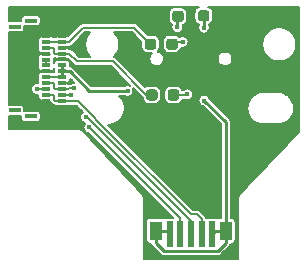
<source format=gbr>
%TF.GenerationSoftware,KiCad,Pcbnew,(5.1.10)-1*%
%TF.CreationDate,2022-03-08T18:55:03-05:00*%
%TF.ProjectId,001,3030312e-6b69-4636-9164-5f7063625858,rev?*%
%TF.SameCoordinates,Original*%
%TF.FileFunction,Copper,L1,Top*%
%TF.FilePolarity,Positive*%
%FSLAX46Y46*%
G04 Gerber Fmt 4.6, Leading zero omitted, Abs format (unit mm)*
G04 Created by KiCad (PCBNEW (5.1.10)-1) date 2022-03-08 18:55:03*
%MOMM*%
%LPD*%
G01*
G04 APERTURE LIST*
%TA.AperFunction,ComponentPad*%
%ADD10O,1.000000X2.100000*%
%TD*%
%TA.AperFunction,ComponentPad*%
%ADD11O,1.000000X1.600000*%
%TD*%
%TA.AperFunction,SMDPad,CuDef*%
%ADD12R,1.060000X1.580000*%
%TD*%
%TA.AperFunction,SMDPad,CuDef*%
%ADD13R,0.600000X2.180000*%
%TD*%
%TA.AperFunction,SMDPad,CuDef*%
%ADD14R,1.041400X0.355600*%
%TD*%
%TA.AperFunction,SMDPad,CuDef*%
%ADD15R,0.762000X0.355600*%
%TD*%
%TA.AperFunction,ViaPad*%
%ADD16C,0.400000*%
%TD*%
%TA.AperFunction,Conductor*%
%ADD17C,0.200000*%
%TD*%
%TA.AperFunction,Conductor*%
%ADD18C,0.250000*%
%TD*%
%TA.AperFunction,Conductor*%
%ADD19C,0.100000*%
%TD*%
G04 APERTURE END LIST*
%TO.P,R2,2*%
%TO.N,Net-(J1-PadB5)*%
%TA.AperFunction,SMDPad,CuDef*%
G36*
G01*
X121479900Y-54183400D02*
X121479900Y-54658400D01*
G75*
G02*
X121242400Y-54895900I-237500J0D01*
G01*
X120742400Y-54895900D01*
G75*
G02*
X120504900Y-54658400I0J237500D01*
G01*
X120504900Y-54183400D01*
G75*
G02*
X120742400Y-53945900I237500J0D01*
G01*
X121242400Y-53945900D01*
G75*
G02*
X121479900Y-54183400I0J-237500D01*
G01*
G37*
%TD.AperFunction*%
%TO.P,R2,1*%
%TO.N,GND*%
%TA.AperFunction,SMDPad,CuDef*%
G36*
G01*
X123304900Y-54183400D02*
X123304900Y-54658400D01*
G75*
G02*
X123067400Y-54895900I-237500J0D01*
G01*
X122567400Y-54895900D01*
G75*
G02*
X122329900Y-54658400I0J237500D01*
G01*
X122329900Y-54183400D01*
G75*
G02*
X122567400Y-53945900I237500J0D01*
G01*
X123067400Y-53945900D01*
G75*
G02*
X123304900Y-54183400I0J-237500D01*
G01*
G37*
%TD.AperFunction*%
%TD*%
%TO.P,R3,1*%
%TO.N,/d-*%
%TA.AperFunction,SMDPad,CuDef*%
G36*
G01*
X116117400Y-61358400D02*
X116117400Y-60883400D01*
G75*
G02*
X116354900Y-60645900I237500J0D01*
G01*
X116854900Y-60645900D01*
G75*
G02*
X117092400Y-60883400I0J-237500D01*
G01*
X117092400Y-61358400D01*
G75*
G02*
X116854900Y-61595900I-237500J0D01*
G01*
X116354900Y-61595900D01*
G75*
G02*
X116117400Y-61358400I0J237500D01*
G01*
G37*
%TD.AperFunction*%
%TO.P,R3,2*%
%TO.N,Net-(J1-PadA7)*%
%TA.AperFunction,SMDPad,CuDef*%
G36*
G01*
X117942400Y-61358400D02*
X117942400Y-60883400D01*
G75*
G02*
X118179900Y-60645900I237500J0D01*
G01*
X118679900Y-60645900D01*
G75*
G02*
X118917400Y-60883400I0J-237500D01*
G01*
X118917400Y-61358400D01*
G75*
G02*
X118679900Y-61595900I-237500J0D01*
G01*
X118179900Y-61595900D01*
G75*
G02*
X117942400Y-61358400I0J237500D01*
G01*
G37*
%TD.AperFunction*%
%TD*%
%TO.P,R4,2*%
%TO.N,Net-(J1-PadA6)*%
%TA.AperFunction,SMDPad,CuDef*%
G36*
G01*
X117817400Y-57058400D02*
X117817400Y-56583400D01*
G75*
G02*
X118054900Y-56345900I237500J0D01*
G01*
X118554900Y-56345900D01*
G75*
G02*
X118792400Y-56583400I0J-237500D01*
G01*
X118792400Y-57058400D01*
G75*
G02*
X118554900Y-57295900I-237500J0D01*
G01*
X118054900Y-57295900D01*
G75*
G02*
X117817400Y-57058400I0J237500D01*
G01*
G37*
%TD.AperFunction*%
%TO.P,R4,1*%
%TO.N,/d+*%
%TA.AperFunction,SMDPad,CuDef*%
G36*
G01*
X115992400Y-57058400D02*
X115992400Y-56583400D01*
G75*
G02*
X116229900Y-56345900I237500J0D01*
G01*
X116729900Y-56345900D01*
G75*
G02*
X116967400Y-56583400I0J-237500D01*
G01*
X116967400Y-57058400D01*
G75*
G02*
X116729900Y-57295900I-237500J0D01*
G01*
X116229900Y-57295900D01*
G75*
G02*
X115992400Y-57058400I0J237500D01*
G01*
G37*
%TD.AperFunction*%
%TD*%
%TO.P,R1,1*%
%TO.N,GND*%
%TA.AperFunction,SMDPad,CuDef*%
G36*
G01*
X116492400Y-54708400D02*
X116492400Y-54233400D01*
G75*
G02*
X116729900Y-53995900I237500J0D01*
G01*
X117229900Y-53995900D01*
G75*
G02*
X117467400Y-54233400I0J-237500D01*
G01*
X117467400Y-54708400D01*
G75*
G02*
X117229900Y-54945900I-237500J0D01*
G01*
X116729900Y-54945900D01*
G75*
G02*
X116492400Y-54708400I0J237500D01*
G01*
G37*
%TD.AperFunction*%
%TO.P,R1,2*%
%TO.N,Net-(J1-PadA5)*%
%TA.AperFunction,SMDPad,CuDef*%
G36*
G01*
X118317400Y-54708400D02*
X118317400Y-54233400D01*
G75*
G02*
X118554900Y-53995900I237500J0D01*
G01*
X119054900Y-53995900D01*
G75*
G02*
X119292400Y-54233400I0J-237500D01*
G01*
X119292400Y-54708400D01*
G75*
G02*
X119054900Y-54945900I-237500J0D01*
G01*
X118554900Y-54945900D01*
G75*
G02*
X118317400Y-54708400I0J237500D01*
G01*
G37*
%TD.AperFunction*%
%TD*%
D10*
%TO.P,USB,S1*%
%TO.N,GND*%
X124224900Y-58600900D03*
X115584900Y-58600900D03*
D11*
X115584900Y-54420900D03*
X124224900Y-54420900D03*
%TD*%
D12*
%TO.P,D1,7*%
%TO.N,VCC*%
X122854900Y-72620900D03*
D13*
%TO.P,D1,6*%
X121704900Y-72920900D03*
%TO.P,D1,5*%
%TO.N,/B*%
X120804900Y-72920900D03*
%TO.P,D1,4*%
%TO.N,/R*%
X119904900Y-72920900D03*
%TO.P,D1,3*%
%TO.N,/G*%
X119004900Y-72920900D03*
%TO.P,D1,2*%
%TO.N,VCC*%
X118104900Y-72920900D03*
D12*
%TO.P,D1,1*%
X116954900Y-72620900D03*
%TD*%
D14*
%TO.P,J2,16*%
%TO.N,N/C*%
X106358300Y-62920900D03*
%TO.P,J2,15*%
X106358300Y-54830899D03*
D15*
%TO.P,J2,12*%
%TO.N,/R*%
X109008300Y-61120900D03*
%TO.P,J2,11*%
%TO.N,/G*%
X109008300Y-60620901D03*
%TO.P,J2,10*%
%TO.N,GND*%
X109008300Y-60120899D03*
%TO.P,J2,9*%
%TO.N,VCC*%
X109008300Y-59620900D03*
%TO.P,J2,8*%
X109008300Y-59120901D03*
%TO.P,J2,7*%
X109008300Y-58620900D03*
%TO.P,J2,6*%
%TO.N,GND*%
X109008300Y-58120900D03*
%TO.P,J2,5*%
%TO.N,/d-*%
X109008300Y-57620899D03*
%TO.P,J2,4*%
%TO.N,GND*%
X109008300Y-57120900D03*
%TO.P,J2,3*%
%TO.N,/d+*%
X109008300Y-56620901D03*
%TO.P,J2,2*%
%TO.N,GND*%
X109008300Y-56120899D03*
%TO.P,J2,1*%
X109008300Y-55620900D03*
%TO.P,J2,13*%
%TO.N,/B*%
X109008300Y-61620900D03*
%TO.P,J2,14*%
%TO.N,GND*%
X108998300Y-62120900D03*
%TD*%
D14*
%TO.P,011,14*%
%TO.N,N/C*%
X104995200Y-62414600D03*
%TO.P,011,13*%
X104995200Y-55334598D03*
D15*
%TO.P,011,12*%
%TO.N,GND*%
X107645200Y-61624599D03*
%TO.P,011,11*%
%TO.N,/B*%
X107645200Y-61124600D03*
%TO.P,011,10*%
%TO.N,/R*%
X107645200Y-60624598D03*
%TO.P,011,9*%
%TO.N,/G*%
X107645200Y-60124599D03*
%TO.P,011,8*%
%TO.N,VCC*%
X107645200Y-59624600D03*
%TO.P,011,7*%
%TO.N,GND*%
X107645200Y-59124599D03*
%TO.P,011,6*%
%TO.N,Net-(J3-Pad5)*%
X107645200Y-58624599D03*
%TO.P,011,5*%
X107645200Y-58124598D03*
%TO.P,011,4*%
%TO.N,GND*%
X107645200Y-57624599D03*
%TO.P,011,3*%
%TO.N,/d-*%
X107645200Y-57124600D03*
%TO.P,011,2*%
%TO.N,/d+*%
X107645200Y-56624598D03*
%TO.P,011,1*%
%TO.N,GND*%
X107645200Y-56124599D03*
%TD*%
D16*
%TO.N,GND*%
X114465100Y-56540400D03*
X110159800Y-58788300D03*
X110350300Y-57124600D03*
X112306100Y-54254400D03*
X106527600Y-57569100D03*
X119507000Y-68986400D03*
X116382800Y-70878700D03*
X112052100Y-59893200D03*
X112953800Y-58864500D03*
X109791500Y-59969400D03*
X106464100Y-56146700D03*
X121742200Y-70624700D03*
X106553000Y-59029600D03*
X110151346Y-62124454D03*
%TO.N,Net-(J1-PadA6)*%
X119204900Y-56620900D03*
%TO.N,Net-(J1-PadB5)*%
X121004900Y-55420900D03*
%TO.N,Net-(J1-PadA7)*%
X119604900Y-61070900D03*
%TO.N,Net-(J1-PadA5)*%
X118754900Y-55370900D03*
%TO.N,VCC*%
X114546168Y-60779632D03*
X121034901Y-61595901D03*
%TO.N,/R*%
X106857800Y-60629800D03*
X111027496Y-63000604D03*
X109778800Y-61120900D03*
%TO.N,/G*%
X111298071Y-63873029D03*
X110015139Y-60569406D03*
%TD*%
D17*
%TO.N,GND*%
X108998300Y-62120900D02*
X110147792Y-62120900D01*
X110147792Y-62120900D02*
X110151346Y-62124454D01*
%TO.N,Net-(J1-PadA6)*%
X119204900Y-56620900D02*
X118504900Y-56620900D01*
X118504900Y-56620900D02*
X118304900Y-56820900D01*
D18*
%TO.N,Net-(J1-PadB5)*%
X121004900Y-54433400D02*
X120992400Y-54420900D01*
X121004900Y-55420900D02*
X121004900Y-54433400D01*
D17*
%TO.N,Net-(J1-PadA7)*%
X118429900Y-61120900D02*
X119554900Y-61120900D01*
X119554900Y-61120900D02*
X119604900Y-61070900D01*
D18*
%TO.N,Net-(J1-PadA5)*%
X118754900Y-55370900D02*
X118754900Y-54520900D01*
X118754900Y-54520900D02*
X118804900Y-54470900D01*
D17*
%TO.N,/d-*%
X108326201Y-57206798D02*
X108244003Y-57124600D01*
X108326201Y-57537603D02*
X108326201Y-57206798D01*
X108244003Y-57124600D02*
X107645200Y-57124600D01*
X109008300Y-57620899D02*
X108409497Y-57620899D01*
X108409497Y-57620899D02*
X108326201Y-57537603D01*
X116604900Y-61120900D02*
X116117400Y-61120900D01*
X116117400Y-61120900D02*
X113279264Y-58282764D01*
X113279264Y-58282764D02*
X110268966Y-58282764D01*
X110268966Y-58282764D02*
X109607101Y-57620899D01*
X109607101Y-57620899D02*
X109008300Y-57620899D01*
%TO.N,/d+*%
X107645200Y-56624598D02*
X109004603Y-56624598D01*
X109004603Y-56624598D02*
X109008300Y-56620901D01*
X116479900Y-56820900D02*
X115080214Y-55421214D01*
X115080214Y-55421214D02*
X110806787Y-55421214D01*
X110806787Y-55421214D02*
X109607100Y-56620901D01*
X109607100Y-56620901D02*
X109008300Y-56620901D01*
%TO.N,VCC*%
X109008300Y-59620900D02*
X107648900Y-59620900D01*
X107648900Y-59620900D02*
X107645200Y-59624600D01*
D18*
X122854900Y-72620900D02*
X122854900Y-63415900D01*
X122854900Y-63415900D02*
X121034901Y-61595901D01*
X109008300Y-59120901D02*
X109639300Y-59120901D01*
X116954900Y-72620900D02*
X116954900Y-73660900D01*
X109008300Y-59120901D02*
X109008300Y-58623701D01*
X122854900Y-72620900D02*
X122004900Y-72620900D01*
X122854900Y-73660900D02*
X122854900Y-72620900D01*
X109008300Y-59120901D02*
X109008300Y-59618098D01*
X117629901Y-74335901D02*
X122179899Y-74335901D01*
X122179899Y-74335901D02*
X122854900Y-73660900D01*
X116954900Y-72620900D02*
X117804900Y-72620900D01*
X109639300Y-59120901D02*
X111298031Y-60779632D01*
X116954900Y-73660900D02*
X117629901Y-74335901D01*
X117804900Y-72620900D02*
X118104900Y-72920900D01*
X111298031Y-60779632D02*
X114546168Y-60779632D01*
X122004900Y-72620900D02*
X121704900Y-72920900D01*
D17*
%TO.N,/B*%
X108409498Y-61620900D02*
X108326201Y-61537603D01*
X109008300Y-61620900D02*
X108409498Y-61620900D01*
X108326201Y-61537603D02*
X108326201Y-61206798D01*
X108326201Y-61206798D02*
X108244003Y-61124600D01*
X108244003Y-61124600D02*
X107645200Y-61124600D01*
X110354899Y-61620900D02*
X109008300Y-61620900D01*
X111908630Y-63210782D02*
X111797127Y-63063128D01*
X120804900Y-72920900D02*
X120804900Y-71630900D01*
X120804900Y-71630900D02*
X120404890Y-71230890D01*
X120404890Y-71230890D02*
X119928738Y-71230890D01*
X119928738Y-71230890D02*
X111908630Y-63210782D01*
X120804900Y-72920900D02*
X120804900Y-72120900D01*
X111797127Y-63063128D02*
X110354899Y-61620900D01*
%TO.N,/R*%
X107639998Y-60629800D02*
X107645200Y-60624598D01*
X106857800Y-60629800D02*
X107639998Y-60629800D01*
X111103975Y-62971825D02*
X111056275Y-62971825D01*
X111056275Y-62971825D02*
X111027496Y-63000604D01*
X109778800Y-61120900D02*
X109008300Y-61120900D01*
X119904900Y-71772750D02*
X119904900Y-72920900D01*
X111103975Y-62971825D02*
X119904900Y-71772750D01*
%TO.N,/G*%
X109008300Y-60620901D02*
X108409500Y-60620901D01*
X108326201Y-60537602D02*
X108326201Y-60206797D01*
X108326201Y-60206797D02*
X108244003Y-60124599D01*
X108409500Y-60620901D02*
X108326201Y-60537602D01*
X108244003Y-60124599D02*
X107645200Y-60124599D01*
X119004900Y-71579858D02*
X111298071Y-63873029D01*
X110015139Y-60569406D02*
X109590292Y-60569406D01*
X109590292Y-60569406D02*
X109538797Y-60620901D01*
X109538797Y-60620901D02*
X109008300Y-60620901D01*
X119004900Y-71630900D02*
X119004900Y-71579858D01*
X119004900Y-71630900D02*
X119004900Y-72920900D01*
X119004900Y-71890898D02*
X119004900Y-72920900D01*
%TO.N,Net-(J3-Pad5)*%
X107645200Y-58624599D02*
X107645200Y-58124598D01*
%TD*%
%TO.N,GND*%
X120536152Y-53685474D02*
X120442975Y-53735279D01*
X120361304Y-53802304D01*
X120294279Y-53883975D01*
X120244474Y-53977152D01*
X120213805Y-54078256D01*
X120203449Y-54183400D01*
X120203449Y-54658400D01*
X120213805Y-54763544D01*
X120244474Y-54864648D01*
X120294279Y-54957825D01*
X120361304Y-55039496D01*
X120442975Y-55106521D01*
X120536152Y-55156326D01*
X120572891Y-55167471D01*
X120561806Y-55184061D01*
X120524115Y-55275055D01*
X120504900Y-55371654D01*
X120504900Y-55470146D01*
X120524115Y-55566745D01*
X120561806Y-55657739D01*
X120616525Y-55739631D01*
X120686169Y-55809275D01*
X120768061Y-55863994D01*
X120859055Y-55901685D01*
X120955654Y-55920900D01*
X121054146Y-55920900D01*
X121150745Y-55901685D01*
X121241739Y-55863994D01*
X121323631Y-55809275D01*
X121393275Y-55739631D01*
X121447994Y-55657739D01*
X121485685Y-55566745D01*
X121504900Y-55470146D01*
X121504900Y-55371654D01*
X121485685Y-55275055D01*
X121447994Y-55184061D01*
X121432695Y-55161165D01*
X121448648Y-55156326D01*
X121541825Y-55106521D01*
X121623496Y-55039496D01*
X121690521Y-54957825D01*
X121740326Y-54864648D01*
X121770995Y-54763544D01*
X121781351Y-54658400D01*
X121781351Y-54183400D01*
X121770995Y-54078256D01*
X121740326Y-53977152D01*
X121690521Y-53883975D01*
X121623496Y-53802304D01*
X121541825Y-53735279D01*
X121448648Y-53685474D01*
X121381153Y-53665000D01*
X129088001Y-53665000D01*
X129088000Y-64258884D01*
X123984482Y-69610983D01*
X123975080Y-69618699D01*
X123962452Y-69634085D01*
X123959779Y-69636889D01*
X123952322Y-69646429D01*
X123934466Y-69668186D01*
X123932629Y-69671623D01*
X123930230Y-69674692D01*
X123917555Y-69699824D01*
X123904288Y-69724646D01*
X123903157Y-69728374D01*
X123901402Y-69731854D01*
X123893866Y-69759002D01*
X123885704Y-69785909D01*
X123885323Y-69789780D01*
X123884279Y-69793540D01*
X123882185Y-69821642D01*
X123881001Y-69833659D01*
X123881001Y-69837523D01*
X123879521Y-69857381D01*
X123881001Y-69869458D01*
X123881000Y-75049500D01*
X115958500Y-75049500D01*
X115958500Y-69870776D01*
X115959928Y-69859657D01*
X115958500Y-69838868D01*
X115958500Y-69834039D01*
X115957404Y-69822911D01*
X115955541Y-69795789D01*
X115954272Y-69791112D01*
X115953797Y-69786289D01*
X115945901Y-69760260D01*
X115938777Y-69734003D01*
X115936619Y-69729663D01*
X115935213Y-69725026D01*
X115922388Y-69701031D01*
X115910281Y-69676675D01*
X115907321Y-69672842D01*
X115905035Y-69668566D01*
X115887765Y-69647524D01*
X115880952Y-69638702D01*
X115877653Y-69635202D01*
X115864421Y-69619079D01*
X115855748Y-69611961D01*
X110670654Y-64110702D01*
X110657421Y-64094579D01*
X110636379Y-64077310D01*
X110615884Y-64059450D01*
X110611684Y-64057043D01*
X110607934Y-64053965D01*
X110583918Y-64041129D01*
X110560341Y-64027615D01*
X110555750Y-64026073D01*
X110551474Y-64023787D01*
X110525438Y-64015889D01*
X110499655Y-64007227D01*
X110494848Y-64006610D01*
X110490211Y-64005203D01*
X110463117Y-64002534D01*
X110436157Y-63999072D01*
X110415368Y-64000500D01*
X104465000Y-64000500D01*
X104465000Y-62892915D01*
X104474500Y-62893851D01*
X105515900Y-62893851D01*
X105536149Y-62891857D01*
X105536149Y-63098700D01*
X105541941Y-63157510D01*
X105559096Y-63214060D01*
X105586953Y-63266177D01*
X105624442Y-63311858D01*
X105670123Y-63349347D01*
X105722240Y-63377204D01*
X105778790Y-63394359D01*
X105837600Y-63400151D01*
X106879000Y-63400151D01*
X106937810Y-63394359D01*
X106994360Y-63377204D01*
X107046477Y-63349347D01*
X107092158Y-63311858D01*
X107129647Y-63266177D01*
X107157504Y-63214060D01*
X107174659Y-63157510D01*
X107180451Y-63098700D01*
X107180451Y-62743100D01*
X107174659Y-62684290D01*
X107157504Y-62627740D01*
X107129647Y-62575623D01*
X107092158Y-62529942D01*
X107046477Y-62492453D01*
X106994360Y-62464596D01*
X106937810Y-62447441D01*
X106879000Y-62441649D01*
X105837600Y-62441649D01*
X105817351Y-62443643D01*
X105817351Y-62236800D01*
X105811559Y-62177990D01*
X105794404Y-62121440D01*
X105766547Y-62069323D01*
X105729058Y-62023642D01*
X105683377Y-61986153D01*
X105631260Y-61958296D01*
X105574710Y-61941141D01*
X105515900Y-61935349D01*
X104474500Y-61935349D01*
X104465000Y-61936285D01*
X104465000Y-60580554D01*
X106357800Y-60580554D01*
X106357800Y-60679046D01*
X106377015Y-60775645D01*
X106414706Y-60866639D01*
X106469425Y-60948531D01*
X106539069Y-61018175D01*
X106620961Y-61072894D01*
X106711955Y-61110585D01*
X106808554Y-61129800D01*
X106907046Y-61129800D01*
X106962749Y-61118720D01*
X106962749Y-61302400D01*
X106968541Y-61361210D01*
X106985696Y-61417760D01*
X107013553Y-61469877D01*
X107051042Y-61515558D01*
X107096723Y-61553047D01*
X107148840Y-61580904D01*
X107205390Y-61598059D01*
X107264200Y-61603851D01*
X107930791Y-61603851D01*
X107931989Y-61616016D01*
X107954861Y-61691416D01*
X107992004Y-61760905D01*
X108041990Y-61821814D01*
X108057253Y-61834340D01*
X108112761Y-61889848D01*
X108125287Y-61905111D01*
X108186195Y-61955097D01*
X108255684Y-61992240D01*
X108320357Y-62011858D01*
X108331084Y-62015112D01*
X108409498Y-62022835D01*
X108425587Y-62021250D01*
X108459823Y-62049347D01*
X108511940Y-62077204D01*
X108568490Y-62094359D01*
X108627300Y-62100151D01*
X109389300Y-62100151D01*
X109448110Y-62094359D01*
X109504660Y-62077204D01*
X109556777Y-62049347D01*
X109591440Y-62020900D01*
X110189214Y-62020900D01*
X110751793Y-62583479D01*
X110708765Y-62612229D01*
X110639121Y-62681873D01*
X110584402Y-62763765D01*
X110546711Y-62854759D01*
X110527496Y-62951358D01*
X110527496Y-63049850D01*
X110546711Y-63146449D01*
X110584402Y-63237443D01*
X110639121Y-63319335D01*
X110708765Y-63388979D01*
X110790657Y-63443698D01*
X110881651Y-63481389D01*
X110965855Y-63498139D01*
X110909696Y-63554298D01*
X110854977Y-63636190D01*
X110817286Y-63727184D01*
X110798071Y-63823783D01*
X110798071Y-63922275D01*
X110817286Y-64018874D01*
X110854977Y-64109868D01*
X110909696Y-64191760D01*
X110979340Y-64261404D01*
X111061232Y-64316123D01*
X111152226Y-64353814D01*
X111228304Y-64368947D01*
X118388805Y-71529449D01*
X117804900Y-71529449D01*
X117746090Y-71535241D01*
X117689540Y-71552396D01*
X117644900Y-71576256D01*
X117600260Y-71552396D01*
X117543710Y-71535241D01*
X117484900Y-71529449D01*
X116424900Y-71529449D01*
X116366090Y-71535241D01*
X116309540Y-71552396D01*
X116257423Y-71580253D01*
X116211742Y-71617742D01*
X116174253Y-71663423D01*
X116146396Y-71715540D01*
X116129241Y-71772090D01*
X116123449Y-71830900D01*
X116123449Y-73410900D01*
X116129241Y-73469710D01*
X116146396Y-73526260D01*
X116174253Y-73578377D01*
X116211742Y-73624058D01*
X116257423Y-73661547D01*
X116309540Y-73689404D01*
X116366090Y-73706559D01*
X116424900Y-73712351D01*
X116532912Y-73712351D01*
X116536050Y-73744214D01*
X116560353Y-73824326D01*
X116560353Y-73824327D01*
X116599817Y-73898160D01*
X116652927Y-73962874D01*
X116669139Y-73976179D01*
X117314617Y-74621657D01*
X117327927Y-74637875D01*
X117392641Y-74690985D01*
X117466472Y-74730448D01*
X117466474Y-74730449D01*
X117546587Y-74754751D01*
X117629901Y-74762957D01*
X117650775Y-74760901D01*
X122159032Y-74760901D01*
X122179899Y-74762956D01*
X122200766Y-74760901D01*
X122200773Y-74760901D01*
X122263213Y-74754751D01*
X122343326Y-74730449D01*
X122417159Y-74690985D01*
X122481873Y-74637875D01*
X122495183Y-74621657D01*
X123140658Y-73976182D01*
X123156874Y-73962874D01*
X123209984Y-73898160D01*
X123249448Y-73824327D01*
X123273750Y-73744214D01*
X123276888Y-73712351D01*
X123384900Y-73712351D01*
X123443710Y-73706559D01*
X123500260Y-73689404D01*
X123552377Y-73661547D01*
X123598058Y-73624058D01*
X123635547Y-73578377D01*
X123663404Y-73526260D01*
X123680559Y-73469710D01*
X123686351Y-73410900D01*
X123686351Y-71830900D01*
X123680559Y-71772090D01*
X123663404Y-71715540D01*
X123635547Y-71663423D01*
X123598058Y-71617742D01*
X123552377Y-71580253D01*
X123500260Y-71552396D01*
X123443710Y-71535241D01*
X123384900Y-71529449D01*
X123279900Y-71529449D01*
X123279900Y-63436766D01*
X123281955Y-63415899D01*
X123279900Y-63395032D01*
X123279900Y-63395026D01*
X123273750Y-63332586D01*
X123273254Y-63330949D01*
X123265502Y-63305397D01*
X123249448Y-63252473D01*
X123209984Y-63178640D01*
X123156874Y-63113926D01*
X123140662Y-63100621D01*
X122267137Y-62227096D01*
X124681263Y-62227096D01*
X124681469Y-62256556D01*
X124681264Y-62286005D01*
X124681706Y-62290521D01*
X124703126Y-62494323D01*
X124709049Y-62523178D01*
X124714569Y-62552113D01*
X124715881Y-62556458D01*
X124776479Y-62752217D01*
X124787898Y-62779381D01*
X124798928Y-62806681D01*
X124801058Y-62810689D01*
X124898525Y-62990951D01*
X124914992Y-63015363D01*
X124931126Y-63040019D01*
X124933994Y-63043536D01*
X125064617Y-63201432D01*
X125085511Y-63222180D01*
X125106128Y-63243233D01*
X125109625Y-63246126D01*
X125268429Y-63375644D01*
X125292974Y-63391951D01*
X125317269Y-63408586D01*
X125321261Y-63410745D01*
X125502198Y-63506951D01*
X125529412Y-63518167D01*
X125556505Y-63529779D01*
X125560840Y-63531122D01*
X125757018Y-63590352D01*
X125785916Y-63596074D01*
X125814726Y-63602197D01*
X125819240Y-63602672D01*
X126023186Y-63622669D01*
X126023192Y-63622669D01*
X126038939Y-63624220D01*
X127270861Y-63624220D01*
X127287644Y-63622567D01*
X127301275Y-63622567D01*
X127305788Y-63622093D01*
X127509435Y-63599250D01*
X127538225Y-63593130D01*
X127567142Y-63587404D01*
X127571477Y-63586062D01*
X127766809Y-63524099D01*
X127793841Y-63512512D01*
X127821117Y-63501270D01*
X127825109Y-63499111D01*
X128004685Y-63400388D01*
X128028992Y-63383745D01*
X128053523Y-63367446D01*
X128057020Y-63364554D01*
X128214002Y-63232832D01*
X128234607Y-63211790D01*
X128255512Y-63191030D01*
X128258381Y-63187513D01*
X128386788Y-63027808D01*
X128402924Y-63003149D01*
X128419389Y-62978739D01*
X128421519Y-62974732D01*
X128516459Y-62793128D01*
X128527476Y-62765859D01*
X128538908Y-62738663D01*
X128540220Y-62734318D01*
X128598079Y-62537731D01*
X128603600Y-62508790D01*
X128609521Y-62479941D01*
X128609965Y-62475424D01*
X128628537Y-62271345D01*
X128628331Y-62241885D01*
X128628536Y-62212436D01*
X128628094Y-62207919D01*
X128606674Y-62004117D01*
X128600751Y-61975263D01*
X128595231Y-61946327D01*
X128593919Y-61941983D01*
X128533321Y-61746223D01*
X128521907Y-61719071D01*
X128510872Y-61691759D01*
X128508742Y-61687752D01*
X128411275Y-61507489D01*
X128394808Y-61483077D01*
X128378674Y-61458421D01*
X128375806Y-61454904D01*
X128245183Y-61297008D01*
X128224272Y-61276243D01*
X128203672Y-61255207D01*
X128200175Y-61252314D01*
X128041370Y-61122796D01*
X128016821Y-61106485D01*
X127992531Y-61089854D01*
X127988539Y-61087695D01*
X127807602Y-60991489D01*
X127780420Y-60980286D01*
X127753295Y-60968660D01*
X127748960Y-60967318D01*
X127552782Y-60908088D01*
X127523884Y-60902366D01*
X127495074Y-60896243D01*
X127490560Y-60895768D01*
X127286614Y-60875771D01*
X127286608Y-60875771D01*
X127270861Y-60874220D01*
X126038939Y-60874220D01*
X126022156Y-60875873D01*
X126008525Y-60875873D01*
X126004012Y-60876347D01*
X125800365Y-60899190D01*
X125771538Y-60905318D01*
X125742658Y-60911037D01*
X125738322Y-60912378D01*
X125542991Y-60974341D01*
X125515947Y-60985933D01*
X125488683Y-60997170D01*
X125484691Y-60999328D01*
X125305115Y-61098052D01*
X125280834Y-61114677D01*
X125256277Y-61130993D01*
X125252780Y-61133886D01*
X125095799Y-61265608D01*
X125075196Y-61286647D01*
X125054288Y-61307410D01*
X125051419Y-61310927D01*
X124923012Y-61470633D01*
X124906876Y-61495292D01*
X124890411Y-61519702D01*
X124888280Y-61523709D01*
X124793341Y-61705312D01*
X124782312Y-61732610D01*
X124770892Y-61759777D01*
X124769580Y-61764121D01*
X124711721Y-61960709D01*
X124706199Y-61989656D01*
X124700279Y-62018499D01*
X124699835Y-62023016D01*
X124681263Y-62227096D01*
X122267137Y-62227096D01*
X121522040Y-61482000D01*
X121515686Y-61450056D01*
X121477995Y-61359062D01*
X121423276Y-61277170D01*
X121353632Y-61207526D01*
X121271740Y-61152807D01*
X121180746Y-61115116D01*
X121084147Y-61095901D01*
X120985655Y-61095901D01*
X120889056Y-61115116D01*
X120798062Y-61152807D01*
X120716170Y-61207526D01*
X120646526Y-61277170D01*
X120591807Y-61359062D01*
X120554116Y-61450056D01*
X120534901Y-61546655D01*
X120534901Y-61645147D01*
X120554116Y-61741746D01*
X120591807Y-61832740D01*
X120646526Y-61914632D01*
X120716170Y-61984276D01*
X120798062Y-62038995D01*
X120889056Y-62076686D01*
X120921000Y-62083040D01*
X122429901Y-63591942D01*
X122429900Y-71529449D01*
X122324900Y-71529449D01*
X122266090Y-71535241D01*
X122209540Y-71552396D01*
X122164900Y-71576256D01*
X122120260Y-71552396D01*
X122063710Y-71535241D01*
X122004900Y-71529449D01*
X121404900Y-71529449D01*
X121346090Y-71535241D01*
X121289540Y-71552396D01*
X121254900Y-71570911D01*
X121220260Y-71552396D01*
X121196939Y-71545321D01*
X121176240Y-71477086D01*
X121139097Y-71407597D01*
X121115249Y-71378538D01*
X121089111Y-71346689D01*
X121073848Y-71334163D01*
X120701625Y-70961940D01*
X120689101Y-70946679D01*
X120628193Y-70896693D01*
X120558704Y-70859550D01*
X120483304Y-70836678D01*
X120424537Y-70830890D01*
X120424536Y-70830890D01*
X120404890Y-70828955D01*
X120385244Y-70830890D01*
X120094423Y-70830890D01*
X112901036Y-63637503D01*
X113041634Y-63637503D01*
X113309847Y-63584152D01*
X113562498Y-63479500D01*
X113789879Y-63327570D01*
X113983250Y-63134199D01*
X114135180Y-62906818D01*
X114239832Y-62654167D01*
X114293183Y-62385954D01*
X114293183Y-62112486D01*
X114239832Y-61844273D01*
X114135180Y-61591622D01*
X113983250Y-61364241D01*
X113823641Y-61204632D01*
X114282250Y-61204632D01*
X114309329Y-61222726D01*
X114400323Y-61260417D01*
X114496922Y-61279632D01*
X114595414Y-61279632D01*
X114692013Y-61260417D01*
X114783007Y-61222726D01*
X114864899Y-61168007D01*
X114934543Y-61098363D01*
X114989262Y-61016471D01*
X115026953Y-60925477D01*
X115046168Y-60828878D01*
X115046168Y-60730386D01*
X115026953Y-60633787D01*
X115000331Y-60569516D01*
X115818870Y-61388055D01*
X115826305Y-61463544D01*
X115856974Y-61564648D01*
X115906779Y-61657825D01*
X115973804Y-61739496D01*
X116055475Y-61806521D01*
X116148652Y-61856326D01*
X116249756Y-61886995D01*
X116354900Y-61897351D01*
X116854900Y-61897351D01*
X116960044Y-61886995D01*
X117061148Y-61856326D01*
X117154325Y-61806521D01*
X117235996Y-61739496D01*
X117303021Y-61657825D01*
X117352826Y-61564648D01*
X117383495Y-61463544D01*
X117393851Y-61358400D01*
X117393851Y-60883400D01*
X117640949Y-60883400D01*
X117640949Y-61358400D01*
X117651305Y-61463544D01*
X117681974Y-61564648D01*
X117731779Y-61657825D01*
X117798804Y-61739496D01*
X117880475Y-61806521D01*
X117973652Y-61856326D01*
X118074756Y-61886995D01*
X118179900Y-61897351D01*
X118679900Y-61897351D01*
X118785044Y-61886995D01*
X118886148Y-61856326D01*
X118979325Y-61806521D01*
X119060996Y-61739496D01*
X119128021Y-61657825D01*
X119177826Y-61564648D01*
X119191097Y-61520900D01*
X119384734Y-61520900D01*
X119459055Y-61551685D01*
X119555654Y-61570900D01*
X119654146Y-61570900D01*
X119750745Y-61551685D01*
X119841739Y-61513994D01*
X119923631Y-61459275D01*
X119993275Y-61389631D01*
X120047994Y-61307739D01*
X120085685Y-61216745D01*
X120104900Y-61120146D01*
X120104900Y-61021654D01*
X120085685Y-60925055D01*
X120047994Y-60834061D01*
X119993275Y-60752169D01*
X119923631Y-60682525D01*
X119841739Y-60627806D01*
X119750745Y-60590115D01*
X119654146Y-60570900D01*
X119555654Y-60570900D01*
X119459055Y-60590115D01*
X119368061Y-60627806D01*
X119286169Y-60682525D01*
X119247794Y-60720900D01*
X119191097Y-60720900D01*
X119177826Y-60677152D01*
X119128021Y-60583975D01*
X119060996Y-60502304D01*
X118979325Y-60435279D01*
X118886148Y-60385474D01*
X118785044Y-60354805D01*
X118679900Y-60344449D01*
X118179900Y-60344449D01*
X118074756Y-60354805D01*
X117973652Y-60385474D01*
X117880475Y-60435279D01*
X117798804Y-60502304D01*
X117731779Y-60583975D01*
X117681974Y-60677152D01*
X117651305Y-60778256D01*
X117640949Y-60883400D01*
X117393851Y-60883400D01*
X117383495Y-60778256D01*
X117352826Y-60677152D01*
X117303021Y-60583975D01*
X117235996Y-60502304D01*
X117154325Y-60435279D01*
X117061148Y-60385474D01*
X116960044Y-60354805D01*
X116854900Y-60344449D01*
X116354900Y-60344449D01*
X116249756Y-60354805D01*
X116148652Y-60385474D01*
X116055475Y-60435279D01*
X116023613Y-60461428D01*
X113576001Y-58013816D01*
X113563475Y-57998553D01*
X113502567Y-57948567D01*
X113433078Y-57911424D01*
X113387454Y-57897584D01*
X113519120Y-57765918D01*
X113676496Y-57530388D01*
X113784899Y-57268681D01*
X113840162Y-56990855D01*
X113840162Y-56707585D01*
X113784899Y-56429759D01*
X113676496Y-56168052D01*
X113519120Y-55932522D01*
X113407812Y-55821214D01*
X114914529Y-55821214D01*
X115690949Y-56597635D01*
X115690949Y-57058400D01*
X115701305Y-57163544D01*
X115731974Y-57264648D01*
X115781779Y-57357825D01*
X115848804Y-57439496D01*
X115930475Y-57506521D01*
X116023652Y-57556326D01*
X116124756Y-57586995D01*
X116229900Y-57597351D01*
X116604566Y-57597351D01*
X116529431Y-57672486D01*
X116461032Y-57774852D01*
X116413919Y-57888594D01*
X116389900Y-58009343D01*
X116389900Y-58132457D01*
X116413919Y-58253206D01*
X116461032Y-58366948D01*
X116529431Y-58469314D01*
X116616486Y-58556369D01*
X116718852Y-58624768D01*
X116832594Y-58671881D01*
X116953343Y-58695900D01*
X117076457Y-58695900D01*
X117197206Y-58671881D01*
X117310948Y-58624768D01*
X117413314Y-58556369D01*
X117500369Y-58469314D01*
X117568768Y-58366948D01*
X117615881Y-58253206D01*
X117639900Y-58132457D01*
X117639900Y-58009343D01*
X122169900Y-58009343D01*
X122169900Y-58132457D01*
X122193919Y-58253206D01*
X122241032Y-58366948D01*
X122309431Y-58469314D01*
X122396486Y-58556369D01*
X122498852Y-58624768D01*
X122612594Y-58671881D01*
X122733343Y-58695900D01*
X122856457Y-58695900D01*
X122977206Y-58671881D01*
X123090948Y-58624768D01*
X123193314Y-58556369D01*
X123280369Y-58469314D01*
X123348768Y-58366948D01*
X123395881Y-58253206D01*
X123419900Y-58132457D01*
X123419900Y-58009343D01*
X123395881Y-57888594D01*
X123348768Y-57774852D01*
X123280369Y-57672486D01*
X123193314Y-57585431D01*
X123090948Y-57517032D01*
X122977206Y-57469919D01*
X122856457Y-57445900D01*
X122733343Y-57445900D01*
X122612594Y-57469919D01*
X122498852Y-57517032D01*
X122396486Y-57585431D01*
X122309431Y-57672486D01*
X122241032Y-57774852D01*
X122193919Y-57888594D01*
X122169900Y-58009343D01*
X117639900Y-58009343D01*
X117615881Y-57888594D01*
X117568768Y-57774852D01*
X117500369Y-57672486D01*
X117413314Y-57585431D01*
X117310948Y-57517032D01*
X117197206Y-57469919D01*
X117097977Y-57450181D01*
X117110996Y-57439496D01*
X117178021Y-57357825D01*
X117227826Y-57264648D01*
X117258495Y-57163544D01*
X117268851Y-57058400D01*
X117268851Y-56583400D01*
X117515949Y-56583400D01*
X117515949Y-57058400D01*
X117526305Y-57163544D01*
X117556974Y-57264648D01*
X117606779Y-57357825D01*
X117673804Y-57439496D01*
X117755475Y-57506521D01*
X117848652Y-57556326D01*
X117949756Y-57586995D01*
X118054900Y-57597351D01*
X118554900Y-57597351D01*
X118660044Y-57586995D01*
X118761148Y-57556326D01*
X118854325Y-57506521D01*
X118935996Y-57439496D01*
X119003021Y-57357825D01*
X119052826Y-57264648D01*
X119083495Y-57163544D01*
X119089001Y-57107642D01*
X119155654Y-57120900D01*
X119254146Y-57120900D01*
X119350745Y-57101685D01*
X119441739Y-57063994D01*
X119523631Y-57009275D01*
X119593275Y-56939631D01*
X119647994Y-56857739D01*
X119685685Y-56766745D01*
X119697452Y-56707585D01*
X125964078Y-56707585D01*
X125964078Y-56990855D01*
X126019341Y-57268681D01*
X126127744Y-57530388D01*
X126285120Y-57765918D01*
X126485422Y-57966220D01*
X126720952Y-58123596D01*
X126982659Y-58231999D01*
X127260485Y-58287262D01*
X127543755Y-58287262D01*
X127821581Y-58231999D01*
X128083288Y-58123596D01*
X128318818Y-57966220D01*
X128519120Y-57765918D01*
X128676496Y-57530388D01*
X128784899Y-57268681D01*
X128840162Y-56990855D01*
X128840162Y-56707585D01*
X128784899Y-56429759D01*
X128676496Y-56168052D01*
X128519120Y-55932522D01*
X128318818Y-55732220D01*
X128083288Y-55574844D01*
X127821581Y-55466441D01*
X127543755Y-55411178D01*
X127260485Y-55411178D01*
X126982659Y-55466441D01*
X126720952Y-55574844D01*
X126485422Y-55732220D01*
X126285120Y-55932522D01*
X126127744Y-56168052D01*
X126019341Y-56429759D01*
X125964078Y-56707585D01*
X119697452Y-56707585D01*
X119704900Y-56670146D01*
X119704900Y-56571654D01*
X119685685Y-56475055D01*
X119647994Y-56384061D01*
X119593275Y-56302169D01*
X119523631Y-56232525D01*
X119441739Y-56177806D01*
X119350745Y-56140115D01*
X119254146Y-56120900D01*
X119155654Y-56120900D01*
X119059055Y-56140115D01*
X118968061Y-56177806D01*
X118933932Y-56200610D01*
X118854325Y-56135279D01*
X118761148Y-56085474D01*
X118660044Y-56054805D01*
X118554900Y-56044449D01*
X118054900Y-56044449D01*
X117949756Y-56054805D01*
X117848652Y-56085474D01*
X117755475Y-56135279D01*
X117673804Y-56202304D01*
X117606779Y-56283975D01*
X117556974Y-56377152D01*
X117526305Y-56478256D01*
X117515949Y-56583400D01*
X117268851Y-56583400D01*
X117258495Y-56478256D01*
X117227826Y-56377152D01*
X117178021Y-56283975D01*
X117110996Y-56202304D01*
X117029325Y-56135279D01*
X116936148Y-56085474D01*
X116835044Y-56054805D01*
X116729900Y-56044449D01*
X116269135Y-56044449D01*
X115376951Y-55152266D01*
X115364425Y-55137003D01*
X115303517Y-55087017D01*
X115234028Y-55049874D01*
X115158628Y-55027002D01*
X115099861Y-55021214D01*
X115099860Y-55021214D01*
X115080214Y-55019279D01*
X115060568Y-55021214D01*
X110826434Y-55021214D01*
X110806787Y-55019279D01*
X110787140Y-55021214D01*
X110728373Y-55027002D01*
X110652973Y-55049874D01*
X110583484Y-55087017D01*
X110522576Y-55137003D01*
X110510050Y-55152266D01*
X109499335Y-56162981D01*
X109448110Y-56147442D01*
X109389300Y-56141650D01*
X108627300Y-56141650D01*
X108568490Y-56147442D01*
X108511940Y-56164597D01*
X108459823Y-56192454D01*
X108420655Y-56224598D01*
X108228340Y-56224598D01*
X108193677Y-56196151D01*
X108141560Y-56168294D01*
X108085010Y-56151139D01*
X108026200Y-56145347D01*
X107264200Y-56145347D01*
X107205390Y-56151139D01*
X107148840Y-56168294D01*
X107096723Y-56196151D01*
X107051042Y-56233640D01*
X107013553Y-56279321D01*
X106985696Y-56331438D01*
X106968541Y-56387988D01*
X106962749Y-56446798D01*
X106962749Y-56802398D01*
X106968541Y-56861208D01*
X106972603Y-56874599D01*
X106968541Y-56887990D01*
X106962749Y-56946800D01*
X106962749Y-57302400D01*
X106968541Y-57361210D01*
X106985696Y-57417760D01*
X107013553Y-57469877D01*
X107051042Y-57515558D01*
X107096723Y-57553047D01*
X107148840Y-57580904D01*
X107205390Y-57598059D01*
X107264200Y-57603851D01*
X107930791Y-57603851D01*
X107931989Y-57616016D01*
X107940886Y-57645347D01*
X107264200Y-57645347D01*
X107205390Y-57651139D01*
X107148840Y-57668294D01*
X107096723Y-57696151D01*
X107051042Y-57733640D01*
X107013553Y-57779321D01*
X106985696Y-57831438D01*
X106968541Y-57887988D01*
X106962749Y-57946798D01*
X106962749Y-58302398D01*
X106968541Y-58361208D01*
X106972603Y-58374599D01*
X106968541Y-58387989D01*
X106962749Y-58446799D01*
X106962749Y-58802399D01*
X106968541Y-58861209D01*
X106985696Y-58917759D01*
X107013553Y-58969876D01*
X107051042Y-59015557D01*
X107096723Y-59053046D01*
X107148840Y-59080903D01*
X107205390Y-59098058D01*
X107264200Y-59103850D01*
X108026200Y-59103850D01*
X108085010Y-59098058D01*
X108141560Y-59080903D01*
X108193677Y-59053046D01*
X108239358Y-59015557D01*
X108276847Y-58969876D01*
X108304704Y-58917759D01*
X108321859Y-58861209D01*
X108326932Y-58809698D01*
X108331641Y-58857510D01*
X108335703Y-58870900D01*
X108331641Y-58884291D01*
X108325849Y-58943101D01*
X108325849Y-59220900D01*
X108223832Y-59220900D01*
X108193677Y-59196153D01*
X108141560Y-59168296D01*
X108085010Y-59151141D01*
X108026200Y-59145349D01*
X107264200Y-59145349D01*
X107205390Y-59151141D01*
X107148840Y-59168296D01*
X107096723Y-59196153D01*
X107051042Y-59233642D01*
X107013553Y-59279323D01*
X106985696Y-59331440D01*
X106968541Y-59387990D01*
X106962749Y-59446800D01*
X106962749Y-59802400D01*
X106968541Y-59861210D01*
X106972603Y-59874600D01*
X106968541Y-59887989D01*
X106962749Y-59946799D01*
X106962749Y-60140880D01*
X106907046Y-60129800D01*
X106808554Y-60129800D01*
X106711955Y-60149015D01*
X106620961Y-60186706D01*
X106539069Y-60241425D01*
X106469425Y-60311069D01*
X106414706Y-60392961D01*
X106377015Y-60483955D01*
X106357800Y-60580554D01*
X104465000Y-60580554D01*
X104465000Y-55812913D01*
X104474500Y-55813849D01*
X105515900Y-55813849D01*
X105574710Y-55808057D01*
X105631260Y-55790902D01*
X105683377Y-55763045D01*
X105729058Y-55725556D01*
X105766547Y-55679875D01*
X105794404Y-55627758D01*
X105811559Y-55571208D01*
X105817351Y-55512398D01*
X105817351Y-55308156D01*
X105837600Y-55310150D01*
X106879000Y-55310150D01*
X106937810Y-55304358D01*
X106994360Y-55287203D01*
X107046477Y-55259346D01*
X107092158Y-55221857D01*
X107129647Y-55176176D01*
X107157504Y-55124059D01*
X107174659Y-55067509D01*
X107180451Y-55008699D01*
X107180451Y-54653099D01*
X107174659Y-54594289D01*
X107157504Y-54537739D01*
X107129647Y-54485622D01*
X107092158Y-54439941D01*
X107046477Y-54402452D01*
X106994360Y-54374595D01*
X106937810Y-54357440D01*
X106879000Y-54351648D01*
X105837600Y-54351648D01*
X105778790Y-54357440D01*
X105722240Y-54374595D01*
X105670123Y-54402452D01*
X105624442Y-54439941D01*
X105586953Y-54485622D01*
X105559096Y-54537739D01*
X105541941Y-54594289D01*
X105536149Y-54653099D01*
X105536149Y-54857341D01*
X105515900Y-54855347D01*
X104474500Y-54855347D01*
X104465000Y-54856283D01*
X104465000Y-54233400D01*
X118015949Y-54233400D01*
X118015949Y-54708400D01*
X118026305Y-54813544D01*
X118056974Y-54914648D01*
X118106779Y-55007825D01*
X118173804Y-55089496D01*
X118255475Y-55156521D01*
X118293978Y-55177102D01*
X118274115Y-55225055D01*
X118254900Y-55321654D01*
X118254900Y-55420146D01*
X118274115Y-55516745D01*
X118311806Y-55607739D01*
X118366525Y-55689631D01*
X118436169Y-55759275D01*
X118518061Y-55813994D01*
X118609055Y-55851685D01*
X118705654Y-55870900D01*
X118804146Y-55870900D01*
X118900745Y-55851685D01*
X118991739Y-55813994D01*
X119073631Y-55759275D01*
X119143275Y-55689631D01*
X119197994Y-55607739D01*
X119235685Y-55516745D01*
X119254900Y-55420146D01*
X119254900Y-55321654D01*
X119235685Y-55225055D01*
X119231635Y-55215278D01*
X119261148Y-55206326D01*
X119354325Y-55156521D01*
X119435996Y-55089496D01*
X119503021Y-55007825D01*
X119552826Y-54914648D01*
X119583495Y-54813544D01*
X119593851Y-54708400D01*
X119593851Y-54233400D01*
X119583495Y-54128256D01*
X119552826Y-54027152D01*
X119503021Y-53933975D01*
X119435996Y-53852304D01*
X119354325Y-53785279D01*
X119261148Y-53735474D01*
X119160044Y-53704805D01*
X119054900Y-53694449D01*
X118554900Y-53694449D01*
X118449756Y-53704805D01*
X118348652Y-53735474D01*
X118255475Y-53785279D01*
X118173804Y-53852304D01*
X118106779Y-53933975D01*
X118056974Y-54027152D01*
X118026305Y-54128256D01*
X118015949Y-54233400D01*
X104465000Y-54233400D01*
X104465000Y-53665000D01*
X120603647Y-53665000D01*
X120536152Y-53685474D01*
%TA.AperFunction,Conductor*%
D19*
G36*
X120536152Y-53685474D02*
G01*
X120442975Y-53735279D01*
X120361304Y-53802304D01*
X120294279Y-53883975D01*
X120244474Y-53977152D01*
X120213805Y-54078256D01*
X120203449Y-54183400D01*
X120203449Y-54658400D01*
X120213805Y-54763544D01*
X120244474Y-54864648D01*
X120294279Y-54957825D01*
X120361304Y-55039496D01*
X120442975Y-55106521D01*
X120536152Y-55156326D01*
X120572891Y-55167471D01*
X120561806Y-55184061D01*
X120524115Y-55275055D01*
X120504900Y-55371654D01*
X120504900Y-55470146D01*
X120524115Y-55566745D01*
X120561806Y-55657739D01*
X120616525Y-55739631D01*
X120686169Y-55809275D01*
X120768061Y-55863994D01*
X120859055Y-55901685D01*
X120955654Y-55920900D01*
X121054146Y-55920900D01*
X121150745Y-55901685D01*
X121241739Y-55863994D01*
X121323631Y-55809275D01*
X121393275Y-55739631D01*
X121447994Y-55657739D01*
X121485685Y-55566745D01*
X121504900Y-55470146D01*
X121504900Y-55371654D01*
X121485685Y-55275055D01*
X121447994Y-55184061D01*
X121432695Y-55161165D01*
X121448648Y-55156326D01*
X121541825Y-55106521D01*
X121623496Y-55039496D01*
X121690521Y-54957825D01*
X121740326Y-54864648D01*
X121770995Y-54763544D01*
X121781351Y-54658400D01*
X121781351Y-54183400D01*
X121770995Y-54078256D01*
X121740326Y-53977152D01*
X121690521Y-53883975D01*
X121623496Y-53802304D01*
X121541825Y-53735279D01*
X121448648Y-53685474D01*
X121381153Y-53665000D01*
X129088001Y-53665000D01*
X129088000Y-64258884D01*
X123984482Y-69610983D01*
X123975080Y-69618699D01*
X123962452Y-69634085D01*
X123959779Y-69636889D01*
X123952322Y-69646429D01*
X123934466Y-69668186D01*
X123932629Y-69671623D01*
X123930230Y-69674692D01*
X123917555Y-69699824D01*
X123904288Y-69724646D01*
X123903157Y-69728374D01*
X123901402Y-69731854D01*
X123893866Y-69759002D01*
X123885704Y-69785909D01*
X123885323Y-69789780D01*
X123884279Y-69793540D01*
X123882185Y-69821642D01*
X123881001Y-69833659D01*
X123881001Y-69837523D01*
X123879521Y-69857381D01*
X123881001Y-69869458D01*
X123881000Y-75049500D01*
X115958500Y-75049500D01*
X115958500Y-69870776D01*
X115959928Y-69859657D01*
X115958500Y-69838868D01*
X115958500Y-69834039D01*
X115957404Y-69822911D01*
X115955541Y-69795789D01*
X115954272Y-69791112D01*
X115953797Y-69786289D01*
X115945901Y-69760260D01*
X115938777Y-69734003D01*
X115936619Y-69729663D01*
X115935213Y-69725026D01*
X115922388Y-69701031D01*
X115910281Y-69676675D01*
X115907321Y-69672842D01*
X115905035Y-69668566D01*
X115887765Y-69647524D01*
X115880952Y-69638702D01*
X115877653Y-69635202D01*
X115864421Y-69619079D01*
X115855748Y-69611961D01*
X110670654Y-64110702D01*
X110657421Y-64094579D01*
X110636379Y-64077310D01*
X110615884Y-64059450D01*
X110611684Y-64057043D01*
X110607934Y-64053965D01*
X110583918Y-64041129D01*
X110560341Y-64027615D01*
X110555750Y-64026073D01*
X110551474Y-64023787D01*
X110525438Y-64015889D01*
X110499655Y-64007227D01*
X110494848Y-64006610D01*
X110490211Y-64005203D01*
X110463117Y-64002534D01*
X110436157Y-63999072D01*
X110415368Y-64000500D01*
X104465000Y-64000500D01*
X104465000Y-62892915D01*
X104474500Y-62893851D01*
X105515900Y-62893851D01*
X105536149Y-62891857D01*
X105536149Y-63098700D01*
X105541941Y-63157510D01*
X105559096Y-63214060D01*
X105586953Y-63266177D01*
X105624442Y-63311858D01*
X105670123Y-63349347D01*
X105722240Y-63377204D01*
X105778790Y-63394359D01*
X105837600Y-63400151D01*
X106879000Y-63400151D01*
X106937810Y-63394359D01*
X106994360Y-63377204D01*
X107046477Y-63349347D01*
X107092158Y-63311858D01*
X107129647Y-63266177D01*
X107157504Y-63214060D01*
X107174659Y-63157510D01*
X107180451Y-63098700D01*
X107180451Y-62743100D01*
X107174659Y-62684290D01*
X107157504Y-62627740D01*
X107129647Y-62575623D01*
X107092158Y-62529942D01*
X107046477Y-62492453D01*
X106994360Y-62464596D01*
X106937810Y-62447441D01*
X106879000Y-62441649D01*
X105837600Y-62441649D01*
X105817351Y-62443643D01*
X105817351Y-62236800D01*
X105811559Y-62177990D01*
X105794404Y-62121440D01*
X105766547Y-62069323D01*
X105729058Y-62023642D01*
X105683377Y-61986153D01*
X105631260Y-61958296D01*
X105574710Y-61941141D01*
X105515900Y-61935349D01*
X104474500Y-61935349D01*
X104465000Y-61936285D01*
X104465000Y-60580554D01*
X106357800Y-60580554D01*
X106357800Y-60679046D01*
X106377015Y-60775645D01*
X106414706Y-60866639D01*
X106469425Y-60948531D01*
X106539069Y-61018175D01*
X106620961Y-61072894D01*
X106711955Y-61110585D01*
X106808554Y-61129800D01*
X106907046Y-61129800D01*
X106962749Y-61118720D01*
X106962749Y-61302400D01*
X106968541Y-61361210D01*
X106985696Y-61417760D01*
X107013553Y-61469877D01*
X107051042Y-61515558D01*
X107096723Y-61553047D01*
X107148840Y-61580904D01*
X107205390Y-61598059D01*
X107264200Y-61603851D01*
X107930791Y-61603851D01*
X107931989Y-61616016D01*
X107954861Y-61691416D01*
X107992004Y-61760905D01*
X108041990Y-61821814D01*
X108057253Y-61834340D01*
X108112761Y-61889848D01*
X108125287Y-61905111D01*
X108186195Y-61955097D01*
X108255684Y-61992240D01*
X108320357Y-62011858D01*
X108331084Y-62015112D01*
X108409498Y-62022835D01*
X108425587Y-62021250D01*
X108459823Y-62049347D01*
X108511940Y-62077204D01*
X108568490Y-62094359D01*
X108627300Y-62100151D01*
X109389300Y-62100151D01*
X109448110Y-62094359D01*
X109504660Y-62077204D01*
X109556777Y-62049347D01*
X109591440Y-62020900D01*
X110189214Y-62020900D01*
X110751793Y-62583479D01*
X110708765Y-62612229D01*
X110639121Y-62681873D01*
X110584402Y-62763765D01*
X110546711Y-62854759D01*
X110527496Y-62951358D01*
X110527496Y-63049850D01*
X110546711Y-63146449D01*
X110584402Y-63237443D01*
X110639121Y-63319335D01*
X110708765Y-63388979D01*
X110790657Y-63443698D01*
X110881651Y-63481389D01*
X110965855Y-63498139D01*
X110909696Y-63554298D01*
X110854977Y-63636190D01*
X110817286Y-63727184D01*
X110798071Y-63823783D01*
X110798071Y-63922275D01*
X110817286Y-64018874D01*
X110854977Y-64109868D01*
X110909696Y-64191760D01*
X110979340Y-64261404D01*
X111061232Y-64316123D01*
X111152226Y-64353814D01*
X111228304Y-64368947D01*
X118388805Y-71529449D01*
X117804900Y-71529449D01*
X117746090Y-71535241D01*
X117689540Y-71552396D01*
X117644900Y-71576256D01*
X117600260Y-71552396D01*
X117543710Y-71535241D01*
X117484900Y-71529449D01*
X116424900Y-71529449D01*
X116366090Y-71535241D01*
X116309540Y-71552396D01*
X116257423Y-71580253D01*
X116211742Y-71617742D01*
X116174253Y-71663423D01*
X116146396Y-71715540D01*
X116129241Y-71772090D01*
X116123449Y-71830900D01*
X116123449Y-73410900D01*
X116129241Y-73469710D01*
X116146396Y-73526260D01*
X116174253Y-73578377D01*
X116211742Y-73624058D01*
X116257423Y-73661547D01*
X116309540Y-73689404D01*
X116366090Y-73706559D01*
X116424900Y-73712351D01*
X116532912Y-73712351D01*
X116536050Y-73744214D01*
X116560353Y-73824326D01*
X116560353Y-73824327D01*
X116599817Y-73898160D01*
X116652927Y-73962874D01*
X116669139Y-73976179D01*
X117314617Y-74621657D01*
X117327927Y-74637875D01*
X117392641Y-74690985D01*
X117466472Y-74730448D01*
X117466474Y-74730449D01*
X117546587Y-74754751D01*
X117629901Y-74762957D01*
X117650775Y-74760901D01*
X122159032Y-74760901D01*
X122179899Y-74762956D01*
X122200766Y-74760901D01*
X122200773Y-74760901D01*
X122263213Y-74754751D01*
X122343326Y-74730449D01*
X122417159Y-74690985D01*
X122481873Y-74637875D01*
X122495183Y-74621657D01*
X123140658Y-73976182D01*
X123156874Y-73962874D01*
X123209984Y-73898160D01*
X123249448Y-73824327D01*
X123273750Y-73744214D01*
X123276888Y-73712351D01*
X123384900Y-73712351D01*
X123443710Y-73706559D01*
X123500260Y-73689404D01*
X123552377Y-73661547D01*
X123598058Y-73624058D01*
X123635547Y-73578377D01*
X123663404Y-73526260D01*
X123680559Y-73469710D01*
X123686351Y-73410900D01*
X123686351Y-71830900D01*
X123680559Y-71772090D01*
X123663404Y-71715540D01*
X123635547Y-71663423D01*
X123598058Y-71617742D01*
X123552377Y-71580253D01*
X123500260Y-71552396D01*
X123443710Y-71535241D01*
X123384900Y-71529449D01*
X123279900Y-71529449D01*
X123279900Y-63436766D01*
X123281955Y-63415899D01*
X123279900Y-63395032D01*
X123279900Y-63395026D01*
X123273750Y-63332586D01*
X123273254Y-63330949D01*
X123265502Y-63305397D01*
X123249448Y-63252473D01*
X123209984Y-63178640D01*
X123156874Y-63113926D01*
X123140662Y-63100621D01*
X122267137Y-62227096D01*
X124681263Y-62227096D01*
X124681469Y-62256556D01*
X124681264Y-62286005D01*
X124681706Y-62290521D01*
X124703126Y-62494323D01*
X124709049Y-62523178D01*
X124714569Y-62552113D01*
X124715881Y-62556458D01*
X124776479Y-62752217D01*
X124787898Y-62779381D01*
X124798928Y-62806681D01*
X124801058Y-62810689D01*
X124898525Y-62990951D01*
X124914992Y-63015363D01*
X124931126Y-63040019D01*
X124933994Y-63043536D01*
X125064617Y-63201432D01*
X125085511Y-63222180D01*
X125106128Y-63243233D01*
X125109625Y-63246126D01*
X125268429Y-63375644D01*
X125292974Y-63391951D01*
X125317269Y-63408586D01*
X125321261Y-63410745D01*
X125502198Y-63506951D01*
X125529412Y-63518167D01*
X125556505Y-63529779D01*
X125560840Y-63531122D01*
X125757018Y-63590352D01*
X125785916Y-63596074D01*
X125814726Y-63602197D01*
X125819240Y-63602672D01*
X126023186Y-63622669D01*
X126023192Y-63622669D01*
X126038939Y-63624220D01*
X127270861Y-63624220D01*
X127287644Y-63622567D01*
X127301275Y-63622567D01*
X127305788Y-63622093D01*
X127509435Y-63599250D01*
X127538225Y-63593130D01*
X127567142Y-63587404D01*
X127571477Y-63586062D01*
X127766809Y-63524099D01*
X127793841Y-63512512D01*
X127821117Y-63501270D01*
X127825109Y-63499111D01*
X128004685Y-63400388D01*
X128028992Y-63383745D01*
X128053523Y-63367446D01*
X128057020Y-63364554D01*
X128214002Y-63232832D01*
X128234607Y-63211790D01*
X128255512Y-63191030D01*
X128258381Y-63187513D01*
X128386788Y-63027808D01*
X128402924Y-63003149D01*
X128419389Y-62978739D01*
X128421519Y-62974732D01*
X128516459Y-62793128D01*
X128527476Y-62765859D01*
X128538908Y-62738663D01*
X128540220Y-62734318D01*
X128598079Y-62537731D01*
X128603600Y-62508790D01*
X128609521Y-62479941D01*
X128609965Y-62475424D01*
X128628537Y-62271345D01*
X128628331Y-62241885D01*
X128628536Y-62212436D01*
X128628094Y-62207919D01*
X128606674Y-62004117D01*
X128600751Y-61975263D01*
X128595231Y-61946327D01*
X128593919Y-61941983D01*
X128533321Y-61746223D01*
X128521907Y-61719071D01*
X128510872Y-61691759D01*
X128508742Y-61687752D01*
X128411275Y-61507489D01*
X128394808Y-61483077D01*
X128378674Y-61458421D01*
X128375806Y-61454904D01*
X128245183Y-61297008D01*
X128224272Y-61276243D01*
X128203672Y-61255207D01*
X128200175Y-61252314D01*
X128041370Y-61122796D01*
X128016821Y-61106485D01*
X127992531Y-61089854D01*
X127988539Y-61087695D01*
X127807602Y-60991489D01*
X127780420Y-60980286D01*
X127753295Y-60968660D01*
X127748960Y-60967318D01*
X127552782Y-60908088D01*
X127523884Y-60902366D01*
X127495074Y-60896243D01*
X127490560Y-60895768D01*
X127286614Y-60875771D01*
X127286608Y-60875771D01*
X127270861Y-60874220D01*
X126038939Y-60874220D01*
X126022156Y-60875873D01*
X126008525Y-60875873D01*
X126004012Y-60876347D01*
X125800365Y-60899190D01*
X125771538Y-60905318D01*
X125742658Y-60911037D01*
X125738322Y-60912378D01*
X125542991Y-60974341D01*
X125515947Y-60985933D01*
X125488683Y-60997170D01*
X125484691Y-60999328D01*
X125305115Y-61098052D01*
X125280834Y-61114677D01*
X125256277Y-61130993D01*
X125252780Y-61133886D01*
X125095799Y-61265608D01*
X125075196Y-61286647D01*
X125054288Y-61307410D01*
X125051419Y-61310927D01*
X124923012Y-61470633D01*
X124906876Y-61495292D01*
X124890411Y-61519702D01*
X124888280Y-61523709D01*
X124793341Y-61705312D01*
X124782312Y-61732610D01*
X124770892Y-61759777D01*
X124769580Y-61764121D01*
X124711721Y-61960709D01*
X124706199Y-61989656D01*
X124700279Y-62018499D01*
X124699835Y-62023016D01*
X124681263Y-62227096D01*
X122267137Y-62227096D01*
X121522040Y-61482000D01*
X121515686Y-61450056D01*
X121477995Y-61359062D01*
X121423276Y-61277170D01*
X121353632Y-61207526D01*
X121271740Y-61152807D01*
X121180746Y-61115116D01*
X121084147Y-61095901D01*
X120985655Y-61095901D01*
X120889056Y-61115116D01*
X120798062Y-61152807D01*
X120716170Y-61207526D01*
X120646526Y-61277170D01*
X120591807Y-61359062D01*
X120554116Y-61450056D01*
X120534901Y-61546655D01*
X120534901Y-61645147D01*
X120554116Y-61741746D01*
X120591807Y-61832740D01*
X120646526Y-61914632D01*
X120716170Y-61984276D01*
X120798062Y-62038995D01*
X120889056Y-62076686D01*
X120921000Y-62083040D01*
X122429901Y-63591942D01*
X122429900Y-71529449D01*
X122324900Y-71529449D01*
X122266090Y-71535241D01*
X122209540Y-71552396D01*
X122164900Y-71576256D01*
X122120260Y-71552396D01*
X122063710Y-71535241D01*
X122004900Y-71529449D01*
X121404900Y-71529449D01*
X121346090Y-71535241D01*
X121289540Y-71552396D01*
X121254900Y-71570911D01*
X121220260Y-71552396D01*
X121196939Y-71545321D01*
X121176240Y-71477086D01*
X121139097Y-71407597D01*
X121115249Y-71378538D01*
X121089111Y-71346689D01*
X121073848Y-71334163D01*
X120701625Y-70961940D01*
X120689101Y-70946679D01*
X120628193Y-70896693D01*
X120558704Y-70859550D01*
X120483304Y-70836678D01*
X120424537Y-70830890D01*
X120424536Y-70830890D01*
X120404890Y-70828955D01*
X120385244Y-70830890D01*
X120094423Y-70830890D01*
X112901036Y-63637503D01*
X113041634Y-63637503D01*
X113309847Y-63584152D01*
X113562498Y-63479500D01*
X113789879Y-63327570D01*
X113983250Y-63134199D01*
X114135180Y-62906818D01*
X114239832Y-62654167D01*
X114293183Y-62385954D01*
X114293183Y-62112486D01*
X114239832Y-61844273D01*
X114135180Y-61591622D01*
X113983250Y-61364241D01*
X113823641Y-61204632D01*
X114282250Y-61204632D01*
X114309329Y-61222726D01*
X114400323Y-61260417D01*
X114496922Y-61279632D01*
X114595414Y-61279632D01*
X114692013Y-61260417D01*
X114783007Y-61222726D01*
X114864899Y-61168007D01*
X114934543Y-61098363D01*
X114989262Y-61016471D01*
X115026953Y-60925477D01*
X115046168Y-60828878D01*
X115046168Y-60730386D01*
X115026953Y-60633787D01*
X115000331Y-60569516D01*
X115818870Y-61388055D01*
X115826305Y-61463544D01*
X115856974Y-61564648D01*
X115906779Y-61657825D01*
X115973804Y-61739496D01*
X116055475Y-61806521D01*
X116148652Y-61856326D01*
X116249756Y-61886995D01*
X116354900Y-61897351D01*
X116854900Y-61897351D01*
X116960044Y-61886995D01*
X117061148Y-61856326D01*
X117154325Y-61806521D01*
X117235996Y-61739496D01*
X117303021Y-61657825D01*
X117352826Y-61564648D01*
X117383495Y-61463544D01*
X117393851Y-61358400D01*
X117393851Y-60883400D01*
X117640949Y-60883400D01*
X117640949Y-61358400D01*
X117651305Y-61463544D01*
X117681974Y-61564648D01*
X117731779Y-61657825D01*
X117798804Y-61739496D01*
X117880475Y-61806521D01*
X117973652Y-61856326D01*
X118074756Y-61886995D01*
X118179900Y-61897351D01*
X118679900Y-61897351D01*
X118785044Y-61886995D01*
X118886148Y-61856326D01*
X118979325Y-61806521D01*
X119060996Y-61739496D01*
X119128021Y-61657825D01*
X119177826Y-61564648D01*
X119191097Y-61520900D01*
X119384734Y-61520900D01*
X119459055Y-61551685D01*
X119555654Y-61570900D01*
X119654146Y-61570900D01*
X119750745Y-61551685D01*
X119841739Y-61513994D01*
X119923631Y-61459275D01*
X119993275Y-61389631D01*
X120047994Y-61307739D01*
X120085685Y-61216745D01*
X120104900Y-61120146D01*
X120104900Y-61021654D01*
X120085685Y-60925055D01*
X120047994Y-60834061D01*
X119993275Y-60752169D01*
X119923631Y-60682525D01*
X119841739Y-60627806D01*
X119750745Y-60590115D01*
X119654146Y-60570900D01*
X119555654Y-60570900D01*
X119459055Y-60590115D01*
X119368061Y-60627806D01*
X119286169Y-60682525D01*
X119247794Y-60720900D01*
X119191097Y-60720900D01*
X119177826Y-60677152D01*
X119128021Y-60583975D01*
X119060996Y-60502304D01*
X118979325Y-60435279D01*
X118886148Y-60385474D01*
X118785044Y-60354805D01*
X118679900Y-60344449D01*
X118179900Y-60344449D01*
X118074756Y-60354805D01*
X117973652Y-60385474D01*
X117880475Y-60435279D01*
X117798804Y-60502304D01*
X117731779Y-60583975D01*
X117681974Y-60677152D01*
X117651305Y-60778256D01*
X117640949Y-60883400D01*
X117393851Y-60883400D01*
X117383495Y-60778256D01*
X117352826Y-60677152D01*
X117303021Y-60583975D01*
X117235996Y-60502304D01*
X117154325Y-60435279D01*
X117061148Y-60385474D01*
X116960044Y-60354805D01*
X116854900Y-60344449D01*
X116354900Y-60344449D01*
X116249756Y-60354805D01*
X116148652Y-60385474D01*
X116055475Y-60435279D01*
X116023613Y-60461428D01*
X113576001Y-58013816D01*
X113563475Y-57998553D01*
X113502567Y-57948567D01*
X113433078Y-57911424D01*
X113387454Y-57897584D01*
X113519120Y-57765918D01*
X113676496Y-57530388D01*
X113784899Y-57268681D01*
X113840162Y-56990855D01*
X113840162Y-56707585D01*
X113784899Y-56429759D01*
X113676496Y-56168052D01*
X113519120Y-55932522D01*
X113407812Y-55821214D01*
X114914529Y-55821214D01*
X115690949Y-56597635D01*
X115690949Y-57058400D01*
X115701305Y-57163544D01*
X115731974Y-57264648D01*
X115781779Y-57357825D01*
X115848804Y-57439496D01*
X115930475Y-57506521D01*
X116023652Y-57556326D01*
X116124756Y-57586995D01*
X116229900Y-57597351D01*
X116604566Y-57597351D01*
X116529431Y-57672486D01*
X116461032Y-57774852D01*
X116413919Y-57888594D01*
X116389900Y-58009343D01*
X116389900Y-58132457D01*
X116413919Y-58253206D01*
X116461032Y-58366948D01*
X116529431Y-58469314D01*
X116616486Y-58556369D01*
X116718852Y-58624768D01*
X116832594Y-58671881D01*
X116953343Y-58695900D01*
X117076457Y-58695900D01*
X117197206Y-58671881D01*
X117310948Y-58624768D01*
X117413314Y-58556369D01*
X117500369Y-58469314D01*
X117568768Y-58366948D01*
X117615881Y-58253206D01*
X117639900Y-58132457D01*
X117639900Y-58009343D01*
X122169900Y-58009343D01*
X122169900Y-58132457D01*
X122193919Y-58253206D01*
X122241032Y-58366948D01*
X122309431Y-58469314D01*
X122396486Y-58556369D01*
X122498852Y-58624768D01*
X122612594Y-58671881D01*
X122733343Y-58695900D01*
X122856457Y-58695900D01*
X122977206Y-58671881D01*
X123090948Y-58624768D01*
X123193314Y-58556369D01*
X123280369Y-58469314D01*
X123348768Y-58366948D01*
X123395881Y-58253206D01*
X123419900Y-58132457D01*
X123419900Y-58009343D01*
X123395881Y-57888594D01*
X123348768Y-57774852D01*
X123280369Y-57672486D01*
X123193314Y-57585431D01*
X123090948Y-57517032D01*
X122977206Y-57469919D01*
X122856457Y-57445900D01*
X122733343Y-57445900D01*
X122612594Y-57469919D01*
X122498852Y-57517032D01*
X122396486Y-57585431D01*
X122309431Y-57672486D01*
X122241032Y-57774852D01*
X122193919Y-57888594D01*
X122169900Y-58009343D01*
X117639900Y-58009343D01*
X117615881Y-57888594D01*
X117568768Y-57774852D01*
X117500369Y-57672486D01*
X117413314Y-57585431D01*
X117310948Y-57517032D01*
X117197206Y-57469919D01*
X117097977Y-57450181D01*
X117110996Y-57439496D01*
X117178021Y-57357825D01*
X117227826Y-57264648D01*
X117258495Y-57163544D01*
X117268851Y-57058400D01*
X117268851Y-56583400D01*
X117515949Y-56583400D01*
X117515949Y-57058400D01*
X117526305Y-57163544D01*
X117556974Y-57264648D01*
X117606779Y-57357825D01*
X117673804Y-57439496D01*
X117755475Y-57506521D01*
X117848652Y-57556326D01*
X117949756Y-57586995D01*
X118054900Y-57597351D01*
X118554900Y-57597351D01*
X118660044Y-57586995D01*
X118761148Y-57556326D01*
X118854325Y-57506521D01*
X118935996Y-57439496D01*
X119003021Y-57357825D01*
X119052826Y-57264648D01*
X119083495Y-57163544D01*
X119089001Y-57107642D01*
X119155654Y-57120900D01*
X119254146Y-57120900D01*
X119350745Y-57101685D01*
X119441739Y-57063994D01*
X119523631Y-57009275D01*
X119593275Y-56939631D01*
X119647994Y-56857739D01*
X119685685Y-56766745D01*
X119697452Y-56707585D01*
X125964078Y-56707585D01*
X125964078Y-56990855D01*
X126019341Y-57268681D01*
X126127744Y-57530388D01*
X126285120Y-57765918D01*
X126485422Y-57966220D01*
X126720952Y-58123596D01*
X126982659Y-58231999D01*
X127260485Y-58287262D01*
X127543755Y-58287262D01*
X127821581Y-58231999D01*
X128083288Y-58123596D01*
X128318818Y-57966220D01*
X128519120Y-57765918D01*
X128676496Y-57530388D01*
X128784899Y-57268681D01*
X128840162Y-56990855D01*
X128840162Y-56707585D01*
X128784899Y-56429759D01*
X128676496Y-56168052D01*
X128519120Y-55932522D01*
X128318818Y-55732220D01*
X128083288Y-55574844D01*
X127821581Y-55466441D01*
X127543755Y-55411178D01*
X127260485Y-55411178D01*
X126982659Y-55466441D01*
X126720952Y-55574844D01*
X126485422Y-55732220D01*
X126285120Y-55932522D01*
X126127744Y-56168052D01*
X126019341Y-56429759D01*
X125964078Y-56707585D01*
X119697452Y-56707585D01*
X119704900Y-56670146D01*
X119704900Y-56571654D01*
X119685685Y-56475055D01*
X119647994Y-56384061D01*
X119593275Y-56302169D01*
X119523631Y-56232525D01*
X119441739Y-56177806D01*
X119350745Y-56140115D01*
X119254146Y-56120900D01*
X119155654Y-56120900D01*
X119059055Y-56140115D01*
X118968061Y-56177806D01*
X118933932Y-56200610D01*
X118854325Y-56135279D01*
X118761148Y-56085474D01*
X118660044Y-56054805D01*
X118554900Y-56044449D01*
X118054900Y-56044449D01*
X117949756Y-56054805D01*
X117848652Y-56085474D01*
X117755475Y-56135279D01*
X117673804Y-56202304D01*
X117606779Y-56283975D01*
X117556974Y-56377152D01*
X117526305Y-56478256D01*
X117515949Y-56583400D01*
X117268851Y-56583400D01*
X117258495Y-56478256D01*
X117227826Y-56377152D01*
X117178021Y-56283975D01*
X117110996Y-56202304D01*
X117029325Y-56135279D01*
X116936148Y-56085474D01*
X116835044Y-56054805D01*
X116729900Y-56044449D01*
X116269135Y-56044449D01*
X115376951Y-55152266D01*
X115364425Y-55137003D01*
X115303517Y-55087017D01*
X115234028Y-55049874D01*
X115158628Y-55027002D01*
X115099861Y-55021214D01*
X115099860Y-55021214D01*
X115080214Y-55019279D01*
X115060568Y-55021214D01*
X110826434Y-55021214D01*
X110806787Y-55019279D01*
X110787140Y-55021214D01*
X110728373Y-55027002D01*
X110652973Y-55049874D01*
X110583484Y-55087017D01*
X110522576Y-55137003D01*
X110510050Y-55152266D01*
X109499335Y-56162981D01*
X109448110Y-56147442D01*
X109389300Y-56141650D01*
X108627300Y-56141650D01*
X108568490Y-56147442D01*
X108511940Y-56164597D01*
X108459823Y-56192454D01*
X108420655Y-56224598D01*
X108228340Y-56224598D01*
X108193677Y-56196151D01*
X108141560Y-56168294D01*
X108085010Y-56151139D01*
X108026200Y-56145347D01*
X107264200Y-56145347D01*
X107205390Y-56151139D01*
X107148840Y-56168294D01*
X107096723Y-56196151D01*
X107051042Y-56233640D01*
X107013553Y-56279321D01*
X106985696Y-56331438D01*
X106968541Y-56387988D01*
X106962749Y-56446798D01*
X106962749Y-56802398D01*
X106968541Y-56861208D01*
X106972603Y-56874599D01*
X106968541Y-56887990D01*
X106962749Y-56946800D01*
X106962749Y-57302400D01*
X106968541Y-57361210D01*
X106985696Y-57417760D01*
X107013553Y-57469877D01*
X107051042Y-57515558D01*
X107096723Y-57553047D01*
X107148840Y-57580904D01*
X107205390Y-57598059D01*
X107264200Y-57603851D01*
X107930791Y-57603851D01*
X107931989Y-57616016D01*
X107940886Y-57645347D01*
X107264200Y-57645347D01*
X107205390Y-57651139D01*
X107148840Y-57668294D01*
X107096723Y-57696151D01*
X107051042Y-57733640D01*
X107013553Y-57779321D01*
X106985696Y-57831438D01*
X106968541Y-57887988D01*
X106962749Y-57946798D01*
X106962749Y-58302398D01*
X106968541Y-58361208D01*
X106972603Y-58374599D01*
X106968541Y-58387989D01*
X106962749Y-58446799D01*
X106962749Y-58802399D01*
X106968541Y-58861209D01*
X106985696Y-58917759D01*
X107013553Y-58969876D01*
X107051042Y-59015557D01*
X107096723Y-59053046D01*
X107148840Y-59080903D01*
X107205390Y-59098058D01*
X107264200Y-59103850D01*
X108026200Y-59103850D01*
X108085010Y-59098058D01*
X108141560Y-59080903D01*
X108193677Y-59053046D01*
X108239358Y-59015557D01*
X108276847Y-58969876D01*
X108304704Y-58917759D01*
X108321859Y-58861209D01*
X108326932Y-58809698D01*
X108331641Y-58857510D01*
X108335703Y-58870900D01*
X108331641Y-58884291D01*
X108325849Y-58943101D01*
X108325849Y-59220900D01*
X108223832Y-59220900D01*
X108193677Y-59196153D01*
X108141560Y-59168296D01*
X108085010Y-59151141D01*
X108026200Y-59145349D01*
X107264200Y-59145349D01*
X107205390Y-59151141D01*
X107148840Y-59168296D01*
X107096723Y-59196153D01*
X107051042Y-59233642D01*
X107013553Y-59279323D01*
X106985696Y-59331440D01*
X106968541Y-59387990D01*
X106962749Y-59446800D01*
X106962749Y-59802400D01*
X106968541Y-59861210D01*
X106972603Y-59874600D01*
X106968541Y-59887989D01*
X106962749Y-59946799D01*
X106962749Y-60140880D01*
X106907046Y-60129800D01*
X106808554Y-60129800D01*
X106711955Y-60149015D01*
X106620961Y-60186706D01*
X106539069Y-60241425D01*
X106469425Y-60311069D01*
X106414706Y-60392961D01*
X106377015Y-60483955D01*
X106357800Y-60580554D01*
X104465000Y-60580554D01*
X104465000Y-55812913D01*
X104474500Y-55813849D01*
X105515900Y-55813849D01*
X105574710Y-55808057D01*
X105631260Y-55790902D01*
X105683377Y-55763045D01*
X105729058Y-55725556D01*
X105766547Y-55679875D01*
X105794404Y-55627758D01*
X105811559Y-55571208D01*
X105817351Y-55512398D01*
X105817351Y-55308156D01*
X105837600Y-55310150D01*
X106879000Y-55310150D01*
X106937810Y-55304358D01*
X106994360Y-55287203D01*
X107046477Y-55259346D01*
X107092158Y-55221857D01*
X107129647Y-55176176D01*
X107157504Y-55124059D01*
X107174659Y-55067509D01*
X107180451Y-55008699D01*
X107180451Y-54653099D01*
X107174659Y-54594289D01*
X107157504Y-54537739D01*
X107129647Y-54485622D01*
X107092158Y-54439941D01*
X107046477Y-54402452D01*
X106994360Y-54374595D01*
X106937810Y-54357440D01*
X106879000Y-54351648D01*
X105837600Y-54351648D01*
X105778790Y-54357440D01*
X105722240Y-54374595D01*
X105670123Y-54402452D01*
X105624442Y-54439941D01*
X105586953Y-54485622D01*
X105559096Y-54537739D01*
X105541941Y-54594289D01*
X105536149Y-54653099D01*
X105536149Y-54857341D01*
X105515900Y-54855347D01*
X104474500Y-54855347D01*
X104465000Y-54856283D01*
X104465000Y-54233400D01*
X118015949Y-54233400D01*
X118015949Y-54708400D01*
X118026305Y-54813544D01*
X118056974Y-54914648D01*
X118106779Y-55007825D01*
X118173804Y-55089496D01*
X118255475Y-55156521D01*
X118293978Y-55177102D01*
X118274115Y-55225055D01*
X118254900Y-55321654D01*
X118254900Y-55420146D01*
X118274115Y-55516745D01*
X118311806Y-55607739D01*
X118366525Y-55689631D01*
X118436169Y-55759275D01*
X118518061Y-55813994D01*
X118609055Y-55851685D01*
X118705654Y-55870900D01*
X118804146Y-55870900D01*
X118900745Y-55851685D01*
X118991739Y-55813994D01*
X119073631Y-55759275D01*
X119143275Y-55689631D01*
X119197994Y-55607739D01*
X119235685Y-55516745D01*
X119254900Y-55420146D01*
X119254900Y-55321654D01*
X119235685Y-55225055D01*
X119231635Y-55215278D01*
X119261148Y-55206326D01*
X119354325Y-55156521D01*
X119435996Y-55089496D01*
X119503021Y-55007825D01*
X119552826Y-54914648D01*
X119583495Y-54813544D01*
X119593851Y-54708400D01*
X119593851Y-54233400D01*
X119583495Y-54128256D01*
X119552826Y-54027152D01*
X119503021Y-53933975D01*
X119435996Y-53852304D01*
X119354325Y-53785279D01*
X119261148Y-53735474D01*
X119160044Y-53704805D01*
X119054900Y-53694449D01*
X118554900Y-53694449D01*
X118449756Y-53704805D01*
X118348652Y-53735474D01*
X118255475Y-53785279D01*
X118173804Y-53852304D01*
X118106779Y-53933975D01*
X118056974Y-54027152D01*
X118026305Y-54128256D01*
X118015949Y-54233400D01*
X104465000Y-54233400D01*
X104465000Y-53665000D01*
X120603647Y-53665000D01*
X120536152Y-53685474D01*
G37*
%TD.AperFunction*%
D17*
X108331083Y-58015111D02*
X108389850Y-58020899D01*
X108389860Y-58020899D01*
X108409496Y-58022833D01*
X108425586Y-58021248D01*
X108459823Y-58049346D01*
X108511940Y-58077203D01*
X108568490Y-58094358D01*
X108627300Y-58100150D01*
X109389300Y-58100150D01*
X109448110Y-58094358D01*
X109499335Y-58078818D01*
X109972229Y-58551712D01*
X109984755Y-58566975D01*
X110045663Y-58616961D01*
X110115152Y-58654104D01*
X110190552Y-58676976D01*
X110249319Y-58682764D01*
X110249329Y-58682764D01*
X110268965Y-58684698D01*
X110288601Y-58682764D01*
X113113579Y-58682764D01*
X114756284Y-60325469D01*
X114692013Y-60298847D01*
X114595414Y-60279632D01*
X114496922Y-60279632D01*
X114400323Y-60298847D01*
X114309329Y-60336538D01*
X114282250Y-60354632D01*
X111474072Y-60354632D01*
X109954583Y-58835144D01*
X109941274Y-58818927D01*
X109876560Y-58765817D01*
X109802727Y-58726353D01*
X109722614Y-58702051D01*
X109690751Y-58698913D01*
X109690751Y-58443100D01*
X109684959Y-58384290D01*
X109667804Y-58327740D01*
X109639947Y-58275623D01*
X109602458Y-58229942D01*
X109556777Y-58192453D01*
X109504660Y-58164596D01*
X109448110Y-58147441D01*
X109389300Y-58141649D01*
X108627300Y-58141649D01*
X108568490Y-58147441D01*
X108511940Y-58164596D01*
X108459823Y-58192453D01*
X108414142Y-58229942D01*
X108376653Y-58275623D01*
X108348796Y-58327740D01*
X108331641Y-58384290D01*
X108326568Y-58435801D01*
X108321859Y-58387989D01*
X108317797Y-58374599D01*
X108321859Y-58361208D01*
X108327651Y-58302398D01*
X108327651Y-58014070D01*
X108331083Y-58015111D01*
%TA.AperFunction,Conductor*%
D19*
G36*
X108331083Y-58015111D02*
G01*
X108389850Y-58020899D01*
X108389860Y-58020899D01*
X108409496Y-58022833D01*
X108425586Y-58021248D01*
X108459823Y-58049346D01*
X108511940Y-58077203D01*
X108568490Y-58094358D01*
X108627300Y-58100150D01*
X109389300Y-58100150D01*
X109448110Y-58094358D01*
X109499335Y-58078818D01*
X109972229Y-58551712D01*
X109984755Y-58566975D01*
X110045663Y-58616961D01*
X110115152Y-58654104D01*
X110190552Y-58676976D01*
X110249319Y-58682764D01*
X110249329Y-58682764D01*
X110268965Y-58684698D01*
X110288601Y-58682764D01*
X113113579Y-58682764D01*
X114756284Y-60325469D01*
X114692013Y-60298847D01*
X114595414Y-60279632D01*
X114496922Y-60279632D01*
X114400323Y-60298847D01*
X114309329Y-60336538D01*
X114282250Y-60354632D01*
X111474072Y-60354632D01*
X109954583Y-58835144D01*
X109941274Y-58818927D01*
X109876560Y-58765817D01*
X109802727Y-58726353D01*
X109722614Y-58702051D01*
X109690751Y-58698913D01*
X109690751Y-58443100D01*
X109684959Y-58384290D01*
X109667804Y-58327740D01*
X109639947Y-58275623D01*
X109602458Y-58229942D01*
X109556777Y-58192453D01*
X109504660Y-58164596D01*
X109448110Y-58147441D01*
X109389300Y-58141649D01*
X108627300Y-58141649D01*
X108568490Y-58147441D01*
X108511940Y-58164596D01*
X108459823Y-58192453D01*
X108414142Y-58229942D01*
X108376653Y-58275623D01*
X108348796Y-58327740D01*
X108331641Y-58384290D01*
X108326568Y-58435801D01*
X108321859Y-58387989D01*
X108317797Y-58374599D01*
X108321859Y-58361208D01*
X108327651Y-58302398D01*
X108327651Y-58014070D01*
X108331083Y-58015111D01*
G37*
%TD.AperFunction*%
D17*
X109986765Y-60069406D02*
X109965893Y-60069406D01*
X109869294Y-60088621D01*
X109778300Y-60126312D01*
X109713806Y-60169406D01*
X109609938Y-60169406D01*
X109590292Y-60167471D01*
X109570646Y-60169406D01*
X109570645Y-60169406D01*
X109522524Y-60174145D01*
X109504660Y-60164597D01*
X109448110Y-60147442D01*
X109389300Y-60141650D01*
X108721720Y-60141650D01*
X108720413Y-60128383D01*
X108711849Y-60100151D01*
X109389300Y-60100151D01*
X109448110Y-60094359D01*
X109504660Y-60077204D01*
X109556777Y-60049347D01*
X109602458Y-60011858D01*
X109639947Y-59966177D01*
X109667804Y-59914060D01*
X109684959Y-59857510D01*
X109690751Y-59798700D01*
X109690751Y-59773392D01*
X109986765Y-60069406D01*
%TA.AperFunction,Conductor*%
D19*
G36*
X109986765Y-60069406D02*
G01*
X109965893Y-60069406D01*
X109869294Y-60088621D01*
X109778300Y-60126312D01*
X109713806Y-60169406D01*
X109609938Y-60169406D01*
X109590292Y-60167471D01*
X109570646Y-60169406D01*
X109570645Y-60169406D01*
X109522524Y-60174145D01*
X109504660Y-60164597D01*
X109448110Y-60147442D01*
X109389300Y-60141650D01*
X108721720Y-60141650D01*
X108720413Y-60128383D01*
X108711849Y-60100151D01*
X109389300Y-60100151D01*
X109448110Y-60094359D01*
X109504660Y-60077204D01*
X109556777Y-60049347D01*
X109602458Y-60011858D01*
X109639947Y-59966177D01*
X109667804Y-59914060D01*
X109684959Y-59857510D01*
X109690751Y-59798700D01*
X109690751Y-59773392D01*
X109986765Y-60069406D01*
G37*
%TD.AperFunction*%
D17*
X111285120Y-55932522D02*
X111127744Y-56168052D01*
X111019341Y-56429759D01*
X110964078Y-56707585D01*
X110964078Y-56990855D01*
X111019341Y-57268681D01*
X111127744Y-57530388D01*
X111285120Y-57765918D01*
X111401966Y-57882764D01*
X110434651Y-57882764D01*
X109903836Y-57351949D01*
X109891312Y-57336688D01*
X109830404Y-57286702D01*
X109760915Y-57249559D01*
X109685515Y-57226687D01*
X109626748Y-57220899D01*
X109626747Y-57220899D01*
X109607101Y-57218964D01*
X109591013Y-57220549D01*
X109556777Y-57192452D01*
X109504660Y-57164595D01*
X109448110Y-57147440D01*
X109389300Y-57141648D01*
X108721719Y-57141648D01*
X108720413Y-57128384D01*
X108711849Y-57100152D01*
X109389300Y-57100152D01*
X109448110Y-57094360D01*
X109504660Y-57077205D01*
X109556777Y-57049348D01*
X109591013Y-57021252D01*
X109607100Y-57022836D01*
X109626746Y-57020901D01*
X109626747Y-57020901D01*
X109685514Y-57015113D01*
X109760914Y-56992241D01*
X109830403Y-56955098D01*
X109891311Y-56905112D01*
X109903837Y-56889849D01*
X110972472Y-55821214D01*
X111396428Y-55821214D01*
X111285120Y-55932522D01*
%TA.AperFunction,Conductor*%
D19*
G36*
X111285120Y-55932522D02*
G01*
X111127744Y-56168052D01*
X111019341Y-56429759D01*
X110964078Y-56707585D01*
X110964078Y-56990855D01*
X111019341Y-57268681D01*
X111127744Y-57530388D01*
X111285120Y-57765918D01*
X111401966Y-57882764D01*
X110434651Y-57882764D01*
X109903836Y-57351949D01*
X109891312Y-57336688D01*
X109830404Y-57286702D01*
X109760915Y-57249559D01*
X109685515Y-57226687D01*
X109626748Y-57220899D01*
X109626747Y-57220899D01*
X109607101Y-57218964D01*
X109591013Y-57220549D01*
X109556777Y-57192452D01*
X109504660Y-57164595D01*
X109448110Y-57147440D01*
X109389300Y-57141648D01*
X108721719Y-57141648D01*
X108720413Y-57128384D01*
X108711849Y-57100152D01*
X109389300Y-57100152D01*
X109448110Y-57094360D01*
X109504660Y-57077205D01*
X109556777Y-57049348D01*
X109591013Y-57021252D01*
X109607100Y-57022836D01*
X109626746Y-57020901D01*
X109626747Y-57020901D01*
X109685514Y-57015113D01*
X109760914Y-56992241D01*
X109830403Y-56955098D01*
X109891311Y-56905112D01*
X109903837Y-56889849D01*
X110972472Y-55821214D01*
X111396428Y-55821214D01*
X111285120Y-55932522D01*
G37*
%TD.AperFunction*%
%TD*%
M02*

</source>
